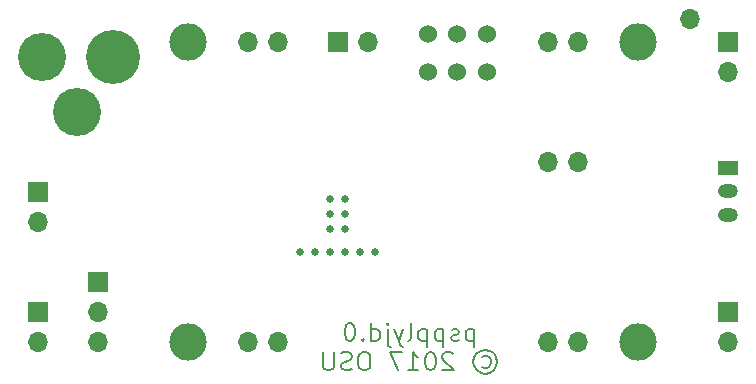
<source format=gbs>
G04 #@! TF.FileFunction,Soldermask,Bot*
%FSLAX46Y46*%
G04 Gerber Fmt 4.6, Leading zero omitted, Abs format (unit mm)*
G04 Created by KiCad (PCBNEW 4.0.6) date 08/14/17 09:10:16*
%MOMM*%
%LPD*%
G01*
G04 APERTURE LIST*
%ADD10C,0.100000*%
%ADD11C,0.190500*%
%ADD12C,0.635000*%
%ADD13R,1.700000X1.700000*%
%ADD14O,1.700000X1.700000*%
%ADD15C,1.524000*%
%ADD16C,3.175000*%
%ADD17R,1.700000X1.200000*%
%ADD18O,1.700000X1.200000*%
%ADD19C,4.572000*%
%ADD20C,4.064000*%
G04 APERTURE END LIST*
D10*
D11*
X151238857Y-151343179D02*
X151238857Y-152867179D01*
X151238857Y-151415750D02*
X151093714Y-151343179D01*
X150803428Y-151343179D01*
X150658285Y-151415750D01*
X150585714Y-151488321D01*
X150513143Y-151633464D01*
X150513143Y-152068893D01*
X150585714Y-152214036D01*
X150658285Y-152286607D01*
X150803428Y-152359179D01*
X151093714Y-152359179D01*
X151238857Y-152286607D01*
X149932571Y-152286607D02*
X149787428Y-152359179D01*
X149497143Y-152359179D01*
X149352000Y-152286607D01*
X149279428Y-152141464D01*
X149279428Y-152068893D01*
X149352000Y-151923750D01*
X149497143Y-151851179D01*
X149714857Y-151851179D01*
X149860000Y-151778607D01*
X149932571Y-151633464D01*
X149932571Y-151560893D01*
X149860000Y-151415750D01*
X149714857Y-151343179D01*
X149497143Y-151343179D01*
X149352000Y-151415750D01*
X148626286Y-151343179D02*
X148626286Y-152867179D01*
X148626286Y-151415750D02*
X148481143Y-151343179D01*
X148190857Y-151343179D01*
X148045714Y-151415750D01*
X147973143Y-151488321D01*
X147900572Y-151633464D01*
X147900572Y-152068893D01*
X147973143Y-152214036D01*
X148045714Y-152286607D01*
X148190857Y-152359179D01*
X148481143Y-152359179D01*
X148626286Y-152286607D01*
X147247429Y-151343179D02*
X147247429Y-152867179D01*
X147247429Y-151415750D02*
X147102286Y-151343179D01*
X146812000Y-151343179D01*
X146666857Y-151415750D01*
X146594286Y-151488321D01*
X146521715Y-151633464D01*
X146521715Y-152068893D01*
X146594286Y-152214036D01*
X146666857Y-152286607D01*
X146812000Y-152359179D01*
X147102286Y-152359179D01*
X147247429Y-152286607D01*
X145650858Y-152359179D02*
X145796000Y-152286607D01*
X145868572Y-152141464D01*
X145868572Y-150835179D01*
X145215429Y-151343179D02*
X144852572Y-152359179D01*
X144489714Y-151343179D02*
X144852572Y-152359179D01*
X144997714Y-152722036D01*
X145070286Y-152794607D01*
X145215429Y-152867179D01*
X143909143Y-151343179D02*
X143909143Y-152649464D01*
X143981714Y-152794607D01*
X144126857Y-152867179D01*
X144199429Y-152867179D01*
X143909143Y-150835179D02*
X143981714Y-150907750D01*
X143909143Y-150980321D01*
X143836571Y-150907750D01*
X143909143Y-150835179D01*
X143909143Y-150980321D01*
X142530286Y-152359179D02*
X142530286Y-150835179D01*
X142530286Y-152286607D02*
X142675429Y-152359179D01*
X142965715Y-152359179D01*
X143110857Y-152286607D01*
X143183429Y-152214036D01*
X143256000Y-152068893D01*
X143256000Y-151633464D01*
X143183429Y-151488321D01*
X143110857Y-151415750D01*
X142965715Y-151343179D01*
X142675429Y-151343179D01*
X142530286Y-151415750D01*
X141804572Y-152214036D02*
X141732000Y-152286607D01*
X141804572Y-152359179D01*
X141877143Y-152286607D01*
X141804572Y-152214036D01*
X141804572Y-152359179D01*
X140788572Y-150835179D02*
X140643429Y-150835179D01*
X140498286Y-150907750D01*
X140425715Y-150980321D01*
X140353144Y-151125464D01*
X140280572Y-151415750D01*
X140280572Y-151778607D01*
X140353144Y-152068893D01*
X140425715Y-152214036D01*
X140498286Y-152286607D01*
X140643429Y-152359179D01*
X140788572Y-152359179D01*
X140933715Y-152286607D01*
X141006286Y-152214036D01*
X141078858Y-152068893D01*
X141151429Y-151778607D01*
X141151429Y-151415750D01*
X141078858Y-151125464D01*
X141006286Y-150980321D01*
X140933715Y-150907750D01*
X140788572Y-150835179D01*
X151892001Y-153674536D02*
X152037143Y-153601964D01*
X152327429Y-153601964D01*
X152472572Y-153674536D01*
X152617715Y-153819679D01*
X152690286Y-153964821D01*
X152690286Y-154255107D01*
X152617715Y-154400250D01*
X152472572Y-154545393D01*
X152327429Y-154617964D01*
X152037143Y-154617964D01*
X151892001Y-154545393D01*
X152182286Y-153093964D02*
X152545143Y-153166536D01*
X152908001Y-153384250D01*
X153125715Y-153747107D01*
X153198286Y-154109964D01*
X153125715Y-154472821D01*
X152908001Y-154835679D01*
X152545143Y-155053393D01*
X152182286Y-155125964D01*
X151819429Y-155053393D01*
X151456572Y-154835679D01*
X151238858Y-154472821D01*
X151166286Y-154109964D01*
X151238858Y-153747107D01*
X151456572Y-153384250D01*
X151819429Y-153166536D01*
X152182286Y-153093964D01*
X149424572Y-153456821D02*
X149352001Y-153384250D01*
X149206858Y-153311679D01*
X148844001Y-153311679D01*
X148698858Y-153384250D01*
X148626287Y-153456821D01*
X148553715Y-153601964D01*
X148553715Y-153747107D01*
X148626287Y-153964821D01*
X149497144Y-154835679D01*
X148553715Y-154835679D01*
X147610286Y-153311679D02*
X147465143Y-153311679D01*
X147320000Y-153384250D01*
X147247429Y-153456821D01*
X147174858Y-153601964D01*
X147102286Y-153892250D01*
X147102286Y-154255107D01*
X147174858Y-154545393D01*
X147247429Y-154690536D01*
X147320000Y-154763107D01*
X147465143Y-154835679D01*
X147610286Y-154835679D01*
X147755429Y-154763107D01*
X147828000Y-154690536D01*
X147900572Y-154545393D01*
X147973143Y-154255107D01*
X147973143Y-153892250D01*
X147900572Y-153601964D01*
X147828000Y-153456821D01*
X147755429Y-153384250D01*
X147610286Y-153311679D01*
X145650857Y-154835679D02*
X146521714Y-154835679D01*
X146086286Y-154835679D02*
X146086286Y-153311679D01*
X146231429Y-153529393D01*
X146376571Y-153674536D01*
X146521714Y-153747107D01*
X145142857Y-153311679D02*
X144126857Y-153311679D01*
X144780000Y-154835679D01*
X142094856Y-153311679D02*
X141804570Y-153311679D01*
X141659428Y-153384250D01*
X141514285Y-153529393D01*
X141441713Y-153819679D01*
X141441713Y-154327679D01*
X141514285Y-154617964D01*
X141659428Y-154763107D01*
X141804570Y-154835679D01*
X142094856Y-154835679D01*
X142239999Y-154763107D01*
X142385142Y-154617964D01*
X142457713Y-154327679D01*
X142457713Y-153819679D01*
X142385142Y-153529393D01*
X142239999Y-153384250D01*
X142094856Y-153311679D01*
X140861142Y-154763107D02*
X140643428Y-154835679D01*
X140280571Y-154835679D01*
X140135428Y-154763107D01*
X140062857Y-154690536D01*
X139990285Y-154545393D01*
X139990285Y-154400250D01*
X140062857Y-154255107D01*
X140135428Y-154182536D01*
X140280571Y-154109964D01*
X140570857Y-154037393D01*
X140715999Y-153964821D01*
X140788571Y-153892250D01*
X140861142Y-153747107D01*
X140861142Y-153601964D01*
X140788571Y-153456821D01*
X140715999Y-153384250D01*
X140570857Y-153311679D01*
X140207999Y-153311679D01*
X139990285Y-153384250D01*
X139337142Y-153311679D02*
X139337142Y-154545393D01*
X139264570Y-154690536D01*
X139191999Y-154763107D01*
X139046856Y-154835679D01*
X138756570Y-154835679D01*
X138611428Y-154763107D01*
X138538856Y-154690536D01*
X138466285Y-154545393D01*
X138466285Y-153311679D01*
D12*
X136525000Y-144780000D03*
X142875000Y-144780000D03*
X141605000Y-144780000D03*
X140335000Y-144780000D03*
X139065000Y-144780000D03*
X137795000Y-144780000D03*
X139065000Y-142875000D03*
X140335000Y-142875000D03*
X140335000Y-141605000D03*
X139065000Y-141605000D03*
X140335000Y-140335000D03*
D13*
X114300000Y-139700000D03*
D14*
X114300000Y-142240000D03*
D13*
X139700000Y-127000000D03*
D14*
X142240000Y-127000000D03*
D13*
X119380000Y-147320000D03*
D14*
X119380000Y-149860000D03*
X119380000Y-152400000D03*
D13*
X114300000Y-149860000D03*
D14*
X114300000Y-152400000D03*
D13*
X172720000Y-127000000D03*
D14*
X172720000Y-129540000D03*
D13*
X172720000Y-149860000D03*
D14*
X172720000Y-152400000D03*
D15*
X147320000Y-129540000D03*
X149820000Y-129540000D03*
X152320000Y-129540000D03*
X152320000Y-126340000D03*
X149820000Y-126340000D03*
X147320000Y-126340000D03*
D14*
X132080000Y-127000000D03*
X134620000Y-127000000D03*
X157480000Y-127000000D03*
X160020000Y-127000000D03*
X132080000Y-152400000D03*
X134620000Y-152400000D03*
X157480000Y-152400000D03*
X160020000Y-152400000D03*
X157480000Y-137160000D03*
D16*
X127000000Y-127000000D03*
X127000000Y-152400000D03*
X165100000Y-127000000D03*
X165100000Y-152400000D03*
D12*
X139065000Y-140335000D03*
D14*
X160020000Y-137160000D03*
X169545000Y-125095000D03*
D17*
X172720000Y-137668000D03*
D18*
X172720000Y-139668000D03*
X172720000Y-141668000D03*
D19*
X120650000Y-128270000D03*
D20*
X114650000Y-128270000D03*
X117650000Y-132970000D03*
M02*

</source>
